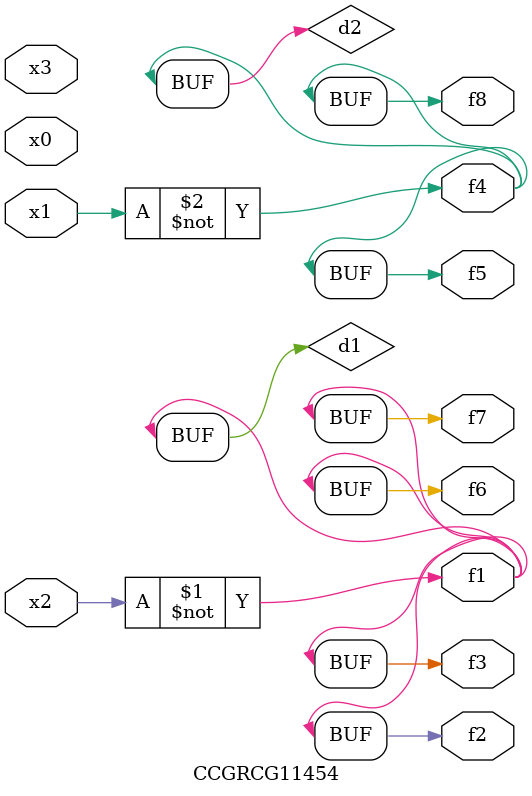
<source format=v>
module CCGRCG11454(
	input x0, x1, x2, x3,
	output f1, f2, f3, f4, f5, f6, f7, f8
);

	wire d1, d2;

	xnor (d1, x2);
	not (d2, x1);
	assign f1 = d1;
	assign f2 = d1;
	assign f3 = d1;
	assign f4 = d2;
	assign f5 = d2;
	assign f6 = d1;
	assign f7 = d1;
	assign f8 = d2;
endmodule

</source>
